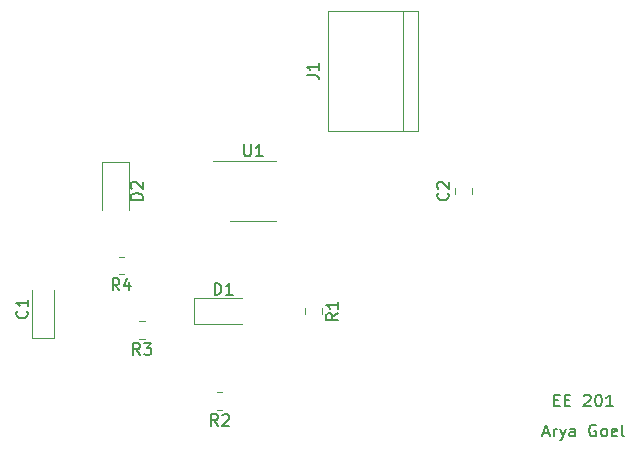
<source format=gbr>
%TF.GenerationSoftware,KiCad,Pcbnew,(6.0.11)*%
%TF.CreationDate,2023-02-16T14:33:20-08:00*%
%TF.ProjectId,Lab 4 Exercise 2,4c616220-3420-4457-9865-726369736520,rev?*%
%TF.SameCoordinates,Original*%
%TF.FileFunction,Legend,Top*%
%TF.FilePolarity,Positive*%
%FSLAX46Y46*%
G04 Gerber Fmt 4.6, Leading zero omitted, Abs format (unit mm)*
G04 Created by KiCad (PCBNEW (6.0.11)) date 2023-02-16 14:33:20*
%MOMM*%
%LPD*%
G01*
G04 APERTURE LIST*
%ADD10C,0.150000*%
%ADD11C,0.120000*%
G04 APERTURE END LIST*
D10*
X175323809Y-116768571D02*
X175657142Y-116768571D01*
X175800000Y-117292380D02*
X175323809Y-117292380D01*
X175323809Y-116292380D01*
X175800000Y-116292380D01*
X176228571Y-116768571D02*
X176561904Y-116768571D01*
X176704761Y-117292380D02*
X176228571Y-117292380D01*
X176228571Y-116292380D01*
X176704761Y-116292380D01*
X177847619Y-116387619D02*
X177895238Y-116340000D01*
X177990476Y-116292380D01*
X178228571Y-116292380D01*
X178323809Y-116340000D01*
X178371428Y-116387619D01*
X178419047Y-116482857D01*
X178419047Y-116578095D01*
X178371428Y-116720952D01*
X177800000Y-117292380D01*
X178419047Y-117292380D01*
X179038095Y-116292380D02*
X179133333Y-116292380D01*
X179228571Y-116340000D01*
X179276190Y-116387619D01*
X179323809Y-116482857D01*
X179371428Y-116673333D01*
X179371428Y-116911428D01*
X179323809Y-117101904D01*
X179276190Y-117197142D01*
X179228571Y-117244761D01*
X179133333Y-117292380D01*
X179038095Y-117292380D01*
X178942857Y-117244761D01*
X178895238Y-117197142D01*
X178847619Y-117101904D01*
X178800000Y-116911428D01*
X178800000Y-116673333D01*
X178847619Y-116482857D01*
X178895238Y-116387619D01*
X178942857Y-116340000D01*
X179038095Y-116292380D01*
X180323809Y-117292380D02*
X179752380Y-117292380D01*
X180038095Y-117292380D02*
X180038095Y-116292380D01*
X179942857Y-116435238D01*
X179847619Y-116530476D01*
X179752380Y-116578095D01*
X174395238Y-119546666D02*
X174871428Y-119546666D01*
X174300000Y-119832380D02*
X174633333Y-118832380D01*
X174966666Y-119832380D01*
X175300000Y-119832380D02*
X175300000Y-119165714D01*
X175300000Y-119356190D02*
X175347619Y-119260952D01*
X175395238Y-119213333D01*
X175490476Y-119165714D01*
X175585714Y-119165714D01*
X175823809Y-119165714D02*
X176061904Y-119832380D01*
X176300000Y-119165714D02*
X176061904Y-119832380D01*
X175966666Y-120070476D01*
X175919047Y-120118095D01*
X175823809Y-120165714D01*
X177109523Y-119832380D02*
X177109523Y-119308571D01*
X177061904Y-119213333D01*
X176966666Y-119165714D01*
X176776190Y-119165714D01*
X176680952Y-119213333D01*
X177109523Y-119784761D02*
X177014285Y-119832380D01*
X176776190Y-119832380D01*
X176680952Y-119784761D01*
X176633333Y-119689523D01*
X176633333Y-119594285D01*
X176680952Y-119499047D01*
X176776190Y-119451428D01*
X177014285Y-119451428D01*
X177109523Y-119403809D01*
X178871428Y-118880000D02*
X178776190Y-118832380D01*
X178633333Y-118832380D01*
X178490476Y-118880000D01*
X178395238Y-118975238D01*
X178347619Y-119070476D01*
X178300000Y-119260952D01*
X178300000Y-119403809D01*
X178347619Y-119594285D01*
X178395238Y-119689523D01*
X178490476Y-119784761D01*
X178633333Y-119832380D01*
X178728571Y-119832380D01*
X178871428Y-119784761D01*
X178919047Y-119737142D01*
X178919047Y-119403809D01*
X178728571Y-119403809D01*
X179490476Y-119832380D02*
X179395238Y-119784761D01*
X179347619Y-119737142D01*
X179300000Y-119641904D01*
X179300000Y-119356190D01*
X179347619Y-119260952D01*
X179395238Y-119213333D01*
X179490476Y-119165714D01*
X179633333Y-119165714D01*
X179728571Y-119213333D01*
X179776190Y-119260952D01*
X179823809Y-119356190D01*
X179823809Y-119641904D01*
X179776190Y-119737142D01*
X179728571Y-119784761D01*
X179633333Y-119832380D01*
X179490476Y-119832380D01*
X180633333Y-119784761D02*
X180538095Y-119832380D01*
X180347619Y-119832380D01*
X180252380Y-119784761D01*
X180204761Y-119689523D01*
X180204761Y-119308571D01*
X180252380Y-119213333D01*
X180347619Y-119165714D01*
X180538095Y-119165714D01*
X180633333Y-119213333D01*
X180680952Y-119308571D01*
X180680952Y-119403809D01*
X180204761Y-119499047D01*
X181252380Y-119832380D02*
X181157142Y-119784761D01*
X181109523Y-119689523D01*
X181109523Y-118832380D01*
%TO.C,C2*%
X166317142Y-99226666D02*
X166364761Y-99274285D01*
X166412380Y-99417142D01*
X166412380Y-99512380D01*
X166364761Y-99655238D01*
X166269523Y-99750476D01*
X166174285Y-99798095D01*
X165983809Y-99845714D01*
X165840952Y-99845714D01*
X165650476Y-99798095D01*
X165555238Y-99750476D01*
X165460000Y-99655238D01*
X165412380Y-99512380D01*
X165412380Y-99417142D01*
X165460000Y-99274285D01*
X165507619Y-99226666D01*
X165507619Y-98845714D02*
X165460000Y-98798095D01*
X165412380Y-98702857D01*
X165412380Y-98464761D01*
X165460000Y-98369523D01*
X165507619Y-98321904D01*
X165602857Y-98274285D01*
X165698095Y-98274285D01*
X165840952Y-98321904D01*
X166412380Y-98893333D01*
X166412380Y-98274285D01*
%TO.C,R2*%
X146858333Y-118942380D02*
X146525000Y-118466190D01*
X146286904Y-118942380D02*
X146286904Y-117942380D01*
X146667857Y-117942380D01*
X146763095Y-117990000D01*
X146810714Y-118037619D01*
X146858333Y-118132857D01*
X146858333Y-118275714D01*
X146810714Y-118370952D01*
X146763095Y-118418571D01*
X146667857Y-118466190D01*
X146286904Y-118466190D01*
X147239285Y-118037619D02*
X147286904Y-117990000D01*
X147382142Y-117942380D01*
X147620238Y-117942380D01*
X147715476Y-117990000D01*
X147763095Y-118037619D01*
X147810714Y-118132857D01*
X147810714Y-118228095D01*
X147763095Y-118370952D01*
X147191666Y-118942380D01*
X147810714Y-118942380D01*
%TO.C,C1*%
X130687142Y-109214166D02*
X130734761Y-109261785D01*
X130782380Y-109404642D01*
X130782380Y-109499880D01*
X130734761Y-109642738D01*
X130639523Y-109737976D01*
X130544285Y-109785595D01*
X130353809Y-109833214D01*
X130210952Y-109833214D01*
X130020476Y-109785595D01*
X129925238Y-109737976D01*
X129830000Y-109642738D01*
X129782380Y-109499880D01*
X129782380Y-109404642D01*
X129830000Y-109261785D01*
X129877619Y-109214166D01*
X130782380Y-108261785D02*
X130782380Y-108833214D01*
X130782380Y-108547500D02*
X129782380Y-108547500D01*
X129925238Y-108642738D01*
X130020476Y-108737976D01*
X130068095Y-108833214D01*
%TO.C,R1*%
X157042380Y-109386666D02*
X156566190Y-109720000D01*
X157042380Y-109958095D02*
X156042380Y-109958095D01*
X156042380Y-109577142D01*
X156090000Y-109481904D01*
X156137619Y-109434285D01*
X156232857Y-109386666D01*
X156375714Y-109386666D01*
X156470952Y-109434285D01*
X156518571Y-109481904D01*
X156566190Y-109577142D01*
X156566190Y-109958095D01*
X157042380Y-108434285D02*
X157042380Y-109005714D01*
X157042380Y-108720000D02*
X156042380Y-108720000D01*
X156185238Y-108815238D01*
X156280476Y-108910476D01*
X156328095Y-109005714D01*
%TO.C,R3*%
X140264525Y-112932380D02*
X139931192Y-112456190D01*
X139693096Y-112932380D02*
X139693096Y-111932380D01*
X140074049Y-111932380D01*
X140169287Y-111980000D01*
X140216906Y-112027619D01*
X140264525Y-112122857D01*
X140264525Y-112265714D01*
X140216906Y-112360952D01*
X140169287Y-112408571D01*
X140074049Y-112456190D01*
X139693096Y-112456190D01*
X140597858Y-111932380D02*
X141216906Y-111932380D01*
X140883572Y-112313333D01*
X141026430Y-112313333D01*
X141121668Y-112360952D01*
X141169287Y-112408571D01*
X141216906Y-112503809D01*
X141216906Y-112741904D01*
X141169287Y-112837142D01*
X141121668Y-112884761D01*
X141026430Y-112932380D01*
X140740715Y-112932380D01*
X140645477Y-112884761D01*
X140597858Y-112837142D01*
%TO.C,D2*%
X140484880Y-99798095D02*
X139484880Y-99798095D01*
X139484880Y-99560000D01*
X139532500Y-99417142D01*
X139627738Y-99321904D01*
X139722976Y-99274285D01*
X139913452Y-99226666D01*
X140056309Y-99226666D01*
X140246785Y-99274285D01*
X140342023Y-99321904D01*
X140437261Y-99417142D01*
X140484880Y-99560000D01*
X140484880Y-99798095D01*
X139580119Y-98845714D02*
X139532500Y-98798095D01*
X139484880Y-98702857D01*
X139484880Y-98464761D01*
X139532500Y-98369523D01*
X139580119Y-98321904D01*
X139675357Y-98274285D01*
X139770595Y-98274285D01*
X139913452Y-98321904D01*
X140484880Y-98893333D01*
X140484880Y-98274285D01*
%TO.C,D1*%
X146581904Y-107852380D02*
X146581904Y-106852380D01*
X146820000Y-106852380D01*
X146962857Y-106900000D01*
X147058095Y-106995238D01*
X147105714Y-107090476D01*
X147153333Y-107280952D01*
X147153333Y-107423809D01*
X147105714Y-107614285D01*
X147058095Y-107709523D01*
X146962857Y-107804761D01*
X146820000Y-107852380D01*
X146581904Y-107852380D01*
X148105714Y-107852380D02*
X147534285Y-107852380D01*
X147820000Y-107852380D02*
X147820000Y-106852380D01*
X147724761Y-106995238D01*
X147629523Y-107090476D01*
X147534285Y-107138095D01*
%TO.C,J1*%
X154392380Y-89233333D02*
X155106666Y-89233333D01*
X155249523Y-89280952D01*
X155344761Y-89376190D01*
X155392380Y-89519047D01*
X155392380Y-89614285D01*
X155392380Y-88233333D02*
X155392380Y-88804761D01*
X155392380Y-88519047D02*
X154392380Y-88519047D01*
X154535238Y-88614285D01*
X154630476Y-88709523D01*
X154678095Y-88804761D01*
%TO.C,R4*%
X138520397Y-107462380D02*
X138187064Y-106986190D01*
X137948968Y-107462380D02*
X137948968Y-106462380D01*
X138329921Y-106462380D01*
X138425159Y-106510000D01*
X138472778Y-106557619D01*
X138520397Y-106652857D01*
X138520397Y-106795714D01*
X138472778Y-106890952D01*
X138425159Y-106938571D01*
X138329921Y-106986190D01*
X137948968Y-106986190D01*
X139377540Y-106795714D02*
X139377540Y-107462380D01*
X139139444Y-106414761D02*
X138901349Y-107129047D01*
X139520397Y-107129047D01*
%TO.C,U1*%
X149098095Y-95112380D02*
X149098095Y-95921904D01*
X149145714Y-96017142D01*
X149193333Y-96064761D01*
X149288571Y-96112380D01*
X149479047Y-96112380D01*
X149574285Y-96064761D01*
X149621904Y-96017142D01*
X149669523Y-95921904D01*
X149669523Y-95112380D01*
X150669523Y-96112380D02*
X150098095Y-96112380D01*
X150383809Y-96112380D02*
X150383809Y-95112380D01*
X150288571Y-95255238D01*
X150193333Y-95350476D01*
X150098095Y-95398095D01*
D11*
%TO.C,C2*%
X166905000Y-99321252D02*
X166905000Y-98798748D01*
X168375000Y-99321252D02*
X168375000Y-98798748D01*
%TO.C,R2*%
X147252064Y-116105000D02*
X146797936Y-116105000D01*
X147252064Y-117575000D02*
X146797936Y-117575000D01*
%TO.C,C1*%
X131145000Y-107447500D02*
X131145000Y-111532500D01*
X131145000Y-111532500D02*
X133015000Y-111532500D01*
X133015000Y-111532500D02*
X133015000Y-107447500D01*
%TO.C,R1*%
X154205000Y-108992936D02*
X154205000Y-109447064D01*
X155675000Y-108992936D02*
X155675000Y-109447064D01*
%TO.C,R3*%
X140658256Y-110095000D02*
X140204128Y-110095000D01*
X140658256Y-111565000D02*
X140204128Y-111565000D01*
%TO.C,D2*%
X137077500Y-96600000D02*
X137077500Y-100660000D01*
X139347500Y-100660000D02*
X139347500Y-96600000D01*
X139347500Y-96600000D02*
X137077500Y-96600000D01*
%TO.C,D1*%
X144860000Y-108085000D02*
X144860000Y-110355000D01*
X144860000Y-110355000D02*
X148920000Y-110355000D01*
X148920000Y-108085000D02*
X144860000Y-108085000D01*
%TO.C,J1*%
X162560000Y-83820000D02*
X162560000Y-93980000D01*
X163830000Y-93980000D02*
X163830000Y-83820000D01*
X156210000Y-83820000D02*
X156210000Y-93980000D01*
X163830000Y-83820000D02*
X156210000Y-83820000D01*
X156210000Y-93980000D02*
X163830000Y-93980000D01*
%TO.C,R4*%
X138914128Y-104625000D02*
X138460000Y-104625000D01*
X138914128Y-106095000D02*
X138460000Y-106095000D01*
%TO.C,U1*%
X149860000Y-96500000D02*
X151810000Y-96500000D01*
X149860000Y-101620000D02*
X151810000Y-101620000D01*
X149860000Y-96500000D02*
X146410000Y-96500000D01*
X149860000Y-101620000D02*
X147910000Y-101620000D01*
%TD*%
M02*

</source>
